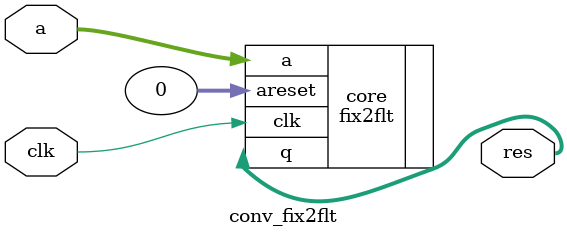
<source format=v>
`timescale 1ns / 1ps


module conv_fix2flt(
    input clk,
    input [31:0] a,
    output [31:0] res
    );
    
fix2flt core(
		.a(a),      //      a.a
		.areset(0), // areset.reset
		.clk(clk),    //    clk.clk
		.q(res)       //      q.q
	);
    
endmodule

</source>
